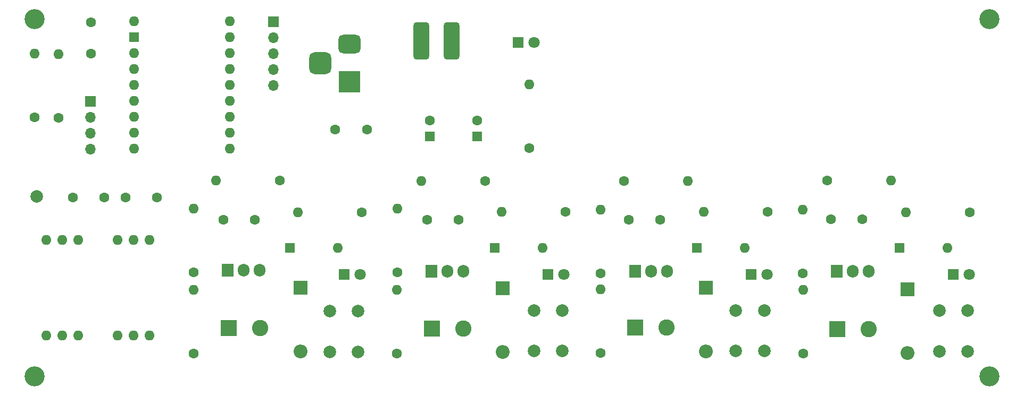
<source format=gbs>
G04 #@! TF.GenerationSoftware,KiCad,Pcbnew,8.0.0-rc1*
G04 #@! TF.CreationDate,2025-12-23T23:51:37+01:00*
G04 #@! TF.ProjectId,Pneumatic control unit system,506e6575-6d61-4746-9963-20636f6e7472,rev?*
G04 #@! TF.SameCoordinates,Original*
G04 #@! TF.FileFunction,Soldermask,Bot*
G04 #@! TF.FilePolarity,Negative*
%FSLAX46Y46*%
G04 Gerber Fmt 4.6, Leading zero omitted, Abs format (unit mm)*
G04 Created by KiCad (PCBNEW 8.0.0-rc1) date 2025-12-23 23:51:37*
%MOMM*%
%LPD*%
G01*
G04 APERTURE LIST*
G04 Aperture macros list*
%AMRoundRect*
0 Rectangle with rounded corners*
0 $1 Rounding radius*
0 $2 $3 $4 $5 $6 $7 $8 $9 X,Y pos of 4 corners*
0 Add a 4 corners polygon primitive as box body*
4,1,4,$2,$3,$4,$5,$6,$7,$8,$9,$2,$3,0*
0 Add four circle primitives for the rounded corners*
1,1,$1+$1,$2,$3*
1,1,$1+$1,$4,$5*
1,1,$1+$1,$6,$7*
1,1,$1+$1,$8,$9*
0 Add four rect primitives between the rounded corners*
20,1,$1+$1,$2,$3,$4,$5,0*
20,1,$1+$1,$4,$5,$6,$7,0*
20,1,$1+$1,$6,$7,$8,$9,0*
20,1,$1+$1,$8,$9,$2,$3,0*%
G04 Aperture macros list end*
%ADD10O,1.600000X1.600000*%
%ADD11R,1.600000X1.600000*%
%ADD12R,3.500000X3.500000*%
%ADD13RoundRect,0.750000X-1.000000X0.750000X-1.000000X-0.750000X1.000000X-0.750000X1.000000X0.750000X0*%
%ADD14RoundRect,0.875000X-0.875000X0.875000X-0.875000X-0.875000X0.875000X-0.875000X0.875000X0.875000X0*%
%ADD15C,2.000000*%
%ADD16O,1.700000X1.700000*%
%ADD17R,1.700000X1.700000*%
%ADD18R,2.200000X2.200000*%
%ADD19O,2.200000X2.200000*%
%ADD20R,1.800000X1.800000*%
%ADD21C,1.800000*%
%ADD22C,1.600000*%
%ADD23C,3.200000*%
%ADD24R,1.905000X2.000000*%
%ADD25O,1.905000X2.000000*%
%ADD26R,2.600000X2.600000*%
%ADD27C,2.600000*%
%ADD28RoundRect,0.500000X-0.750000X-2.500000X0.750000X-2.500000X0.750000X2.500000X-0.750000X2.500000X0*%
G04 APERTURE END LIST*
D10*
X109889000Y-31373000D03*
D11*
X109889000Y-33913000D03*
D10*
X109889000Y-36453000D03*
X109889000Y-38993000D03*
X109889000Y-41533000D03*
X109889000Y-44073000D03*
X109889000Y-46613000D03*
X109889000Y-49153000D03*
X109889000Y-51693000D03*
X125129000Y-51693000D03*
X125129000Y-49153000D03*
X125129000Y-46613000D03*
X125129000Y-44073000D03*
X125129000Y-41533000D03*
X125129000Y-38993000D03*
X125129000Y-36453000D03*
X125129000Y-33913000D03*
X125129000Y-31373000D03*
D12*
X144157500Y-41007500D03*
D13*
X144157500Y-35007500D03*
D14*
X139457500Y-38007500D03*
D15*
X94350000Y-59300000D03*
D16*
X132035000Y-41535000D03*
X132035000Y-38995000D03*
X132035000Y-36455000D03*
X132035000Y-33915000D03*
D17*
X132035000Y-31375000D03*
X102900000Y-44100000D03*
D16*
X102900000Y-46640000D03*
X102900000Y-49180000D03*
X102900000Y-51720000D03*
D10*
X112340000Y-66230000D03*
X109800000Y-66230000D03*
X107260000Y-66230000D03*
X107260000Y-81470000D03*
X109800000Y-81470000D03*
X112340000Y-81470000D03*
D11*
X231730000Y-67450000D03*
D10*
X239350000Y-67450000D03*
D18*
X233000000Y-74050000D03*
D19*
X233000000Y-84210000D03*
D20*
X240260000Y-71700000D03*
D21*
X242800000Y-71700000D03*
D11*
X167290000Y-67500000D03*
D10*
X174910000Y-67500000D03*
D18*
X168500000Y-73900000D03*
D19*
X168500000Y-84060000D03*
D20*
X175725000Y-71700000D03*
D21*
X178265000Y-71700000D03*
D11*
X164500000Y-49700000D03*
D22*
X164500000Y-47200000D03*
X146900000Y-48600000D03*
X141900000Y-48600000D03*
X220170000Y-56750000D03*
D10*
X230330000Y-56750000D03*
D22*
X103000000Y-36500000D03*
X103000000Y-31500000D03*
D10*
X119350000Y-61250000D03*
D22*
X119350000Y-71410000D03*
D23*
X246000000Y-88000000D03*
D22*
X146110000Y-61850000D03*
D10*
X135950000Y-61850000D03*
D22*
X97800000Y-46710000D03*
D10*
X97800000Y-36550000D03*
D20*
X171010000Y-34750000D03*
D21*
X173550000Y-34750000D03*
D15*
X205650000Y-83950000D03*
X205650000Y-77450000D03*
X210150000Y-83950000D03*
X210150000Y-77450000D03*
D22*
X151700000Y-84310000D03*
D10*
X151700000Y-74150000D03*
D22*
X124100000Y-62960000D03*
X129100000Y-62960000D03*
X108500000Y-59400000D03*
X113500000Y-59400000D03*
D24*
X221740000Y-71210000D03*
D25*
X224280000Y-71210000D03*
X226820000Y-71210000D03*
D24*
X124720000Y-71040000D03*
D25*
X127260000Y-71040000D03*
X129800000Y-71040000D03*
D22*
X210700000Y-61700000D03*
D10*
X200540000Y-61700000D03*
X197980000Y-56800000D03*
D22*
X187820000Y-56800000D03*
X156500000Y-62960000D03*
X161500000Y-62960000D03*
D15*
X173500000Y-83950000D03*
X173500000Y-77450000D03*
X178000000Y-83950000D03*
X178000000Y-77450000D03*
D10*
X100950000Y-66250000D03*
X98410000Y-66250000D03*
X95870000Y-66250000D03*
X95870000Y-81490000D03*
X98410000Y-81490000D03*
X100950000Y-81490000D03*
D22*
X184150000Y-84260000D03*
D10*
X184150000Y-74100000D03*
D22*
X184100000Y-71560000D03*
D10*
X184100000Y-61400000D03*
D22*
X188600000Y-63000000D03*
X193600000Y-63000000D03*
X151750000Y-71360000D03*
D10*
X151750000Y-61200000D03*
D26*
X157250000Y-80320000D03*
D27*
X162250000Y-80320000D03*
D22*
X220800000Y-62950000D03*
X225800000Y-62950000D03*
D11*
X156950000Y-49682380D03*
D22*
X156950000Y-47182380D03*
D10*
X122920000Y-56750000D03*
D22*
X133080000Y-56750000D03*
D15*
X238030000Y-83960000D03*
X238030000Y-77460000D03*
X242530000Y-83960000D03*
X242530000Y-77460000D03*
D22*
X119370000Y-84330000D03*
D10*
X119370000Y-74170000D03*
D18*
X200900000Y-73850000D03*
D19*
X200900000Y-84010000D03*
D10*
X94000000Y-36520000D03*
D22*
X94000000Y-46680000D03*
X172800000Y-51580000D03*
D10*
X172800000Y-41420000D03*
D26*
X221780000Y-80460000D03*
D27*
X226780000Y-80460000D03*
D24*
X157170000Y-71210000D03*
D25*
X159710000Y-71210000D03*
X162250000Y-71210000D03*
D22*
X216300000Y-71560000D03*
D10*
X216300000Y-61400000D03*
D26*
X124902379Y-80250000D03*
D27*
X129902379Y-80250000D03*
D23*
X246000000Y-31000000D03*
D26*
X189630000Y-80210000D03*
D27*
X194630000Y-80210000D03*
D22*
X165700000Y-56800000D03*
D10*
X155540000Y-56800000D03*
D23*
X94000000Y-88000000D03*
D15*
X141000000Y-84040000D03*
X141000000Y-77540000D03*
X145500000Y-84040000D03*
X145500000Y-77540000D03*
D24*
X189590000Y-71210000D03*
D25*
X192130000Y-71210000D03*
X194670000Y-71210000D03*
D22*
X242880000Y-61800000D03*
D10*
X232720000Y-61800000D03*
X142320000Y-67450000D03*
D11*
X134700000Y-67450000D03*
D18*
X136350000Y-73850000D03*
D19*
X136350000Y-84010000D03*
D22*
X178480000Y-61700000D03*
D10*
X168320000Y-61700000D03*
D22*
X216350000Y-84300000D03*
D10*
X216350000Y-74140000D03*
D28*
X155598000Y-34450000D03*
X160398000Y-34450000D03*
D20*
X208060000Y-71710000D03*
D21*
X210600000Y-71710000D03*
D10*
X207050000Y-67500000D03*
D11*
X199430000Y-67500000D03*
D22*
X100100000Y-59400000D03*
X105100000Y-59400000D03*
D20*
X143300000Y-71750000D03*
D21*
X145840000Y-71750000D03*
D23*
X94000000Y-31000000D03*
M02*

</source>
